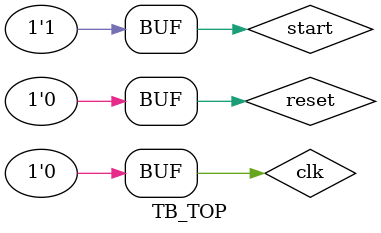
<source format=sv>
module TB_TOP();
	logic clk, reset, start, FlagZero, EndFlag, COMFlag, clk_out;
	logic [7:0] ReadDataOut;
	
	// instantiate device to be tested
	top dut(
		.clk(clk), 
		.reset(reset), 
		.start(start), 
		.FlagZero(FlagZero),
		.EndFlag(EndFlag),
		.COMFlag(COMFlag),
		.clk_out(clk_out),
		.ReadDataOut(ReadDataOut)
	);
	
	// initialize test
	initial begin
		reset <= 1; # 22; reset <= 0;
		start <= 0; # 3; start <= 1;
	end
	
	// generate clock to sequence tests
	always
	begin
		clk <= 1; # 5; clk <= 0; # 5;
	end
	
		
endmodule
</source>
